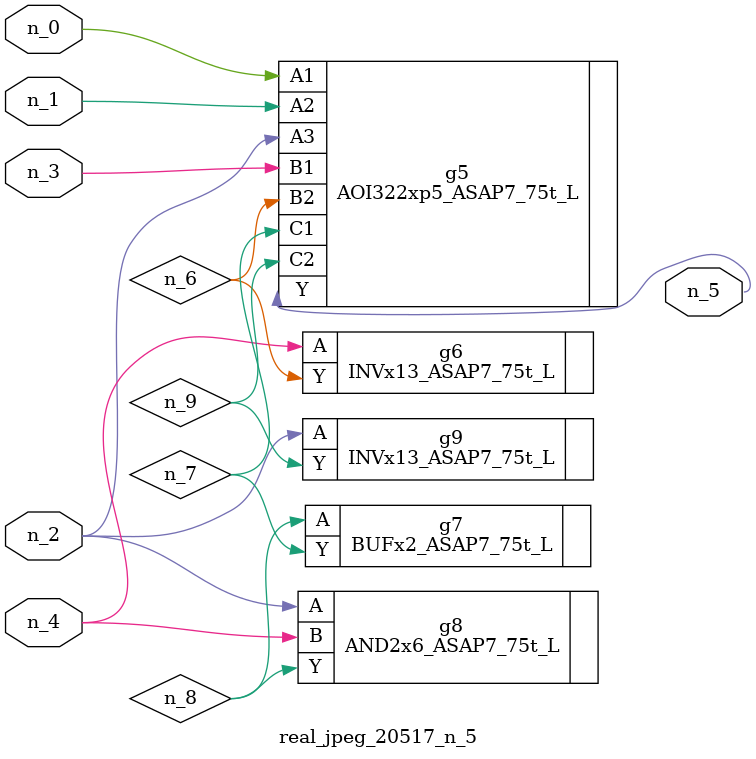
<source format=v>
module real_jpeg_20517_n_5 (n_4, n_0, n_1, n_2, n_3, n_5);

input n_4;
input n_0;
input n_1;
input n_2;
input n_3;

output n_5;

wire n_8;
wire n_6;
wire n_7;
wire n_9;

AOI322xp5_ASAP7_75t_L g5 ( 
.A1(n_0),
.A2(n_1),
.A3(n_2),
.B1(n_3),
.B2(n_6),
.C1(n_7),
.C2(n_9),
.Y(n_5)
);

AND2x6_ASAP7_75t_L g8 ( 
.A(n_2),
.B(n_4),
.Y(n_8)
);

INVx13_ASAP7_75t_L g9 ( 
.A(n_2),
.Y(n_9)
);

INVx13_ASAP7_75t_L g6 ( 
.A(n_4),
.Y(n_6)
);

BUFx2_ASAP7_75t_L g7 ( 
.A(n_8),
.Y(n_7)
);


endmodule
</source>
